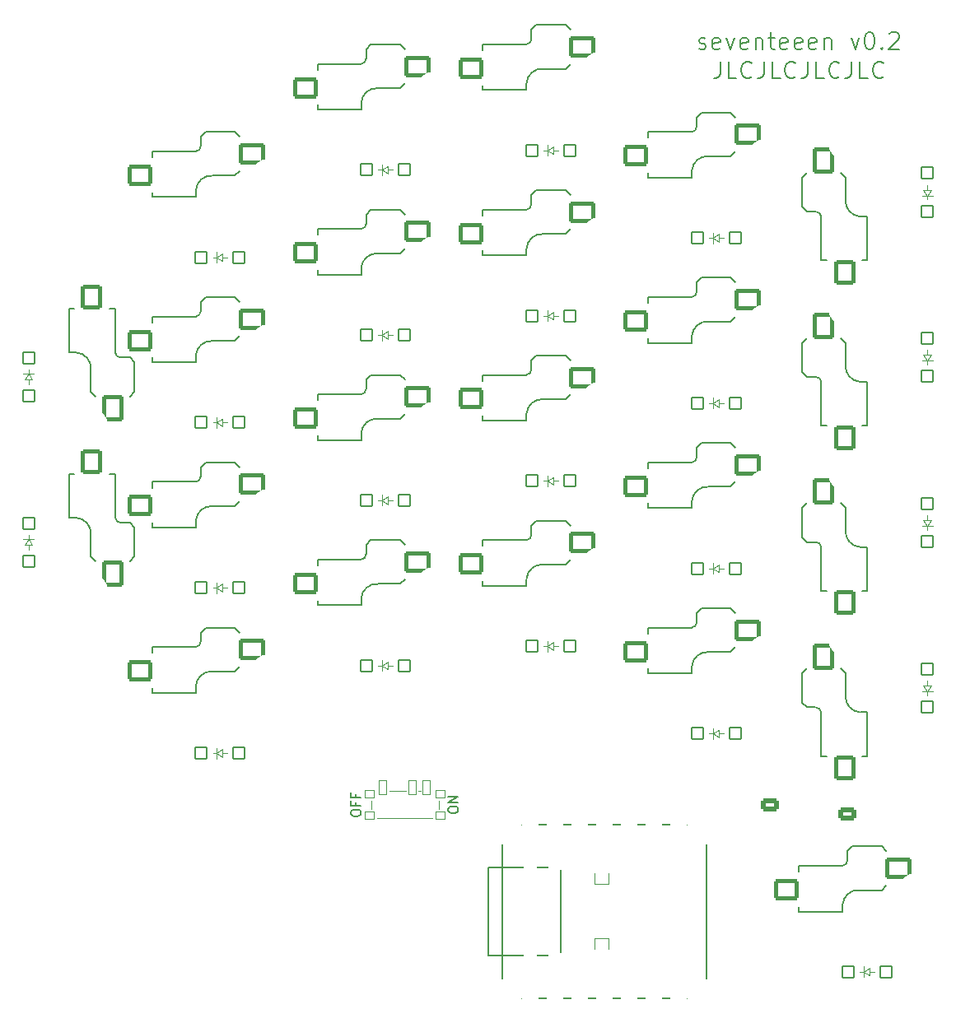
<source format=gto>
%TF.GenerationSoftware,KiCad,Pcbnew,9.0.2*%
%TF.CreationDate,2025-06-22T12:36:17+02:00*%
%TF.ProjectId,kicad,6b696361-642e-46b6-9963-61645f706362,rev?*%
%TF.SameCoordinates,Original*%
%TF.FileFunction,Legend,Top*%
%TF.FilePolarity,Positive*%
%FSLAX46Y46*%
G04 Gerber Fmt 4.6, Leading zero omitted, Abs format (unit mm)*
G04 Created by KiCad (PCBNEW 9.0.2) date 2025-06-22 12:36:17*
%MOMM*%
%LPD*%
G01*
G04 APERTURE LIST*
G04 Aperture macros list*
%AMRoundRect*
0 Rectangle with rounded corners*
0 $1 Rounding radius*
0 $2 $3 $4 $5 $6 $7 $8 $9 X,Y pos of 4 corners*
0 Add a 4 corners polygon primitive as box body*
4,1,4,$2,$3,$4,$5,$6,$7,$8,$9,$2,$3,0*
0 Add four circle primitives for the rounded corners*
1,1,$1+$1,$2,$3*
1,1,$1+$1,$4,$5*
1,1,$1+$1,$6,$7*
1,1,$1+$1,$8,$9*
0 Add four rect primitives between the rounded corners*
20,1,$1+$1,$2,$3,$4,$5,0*
20,1,$1+$1,$4,$5,$6,$7,0*
20,1,$1+$1,$6,$7,$8,$9,0*
20,1,$1+$1,$8,$9,$2,$3,0*%
%AMFreePoly0*
4,1,16,-0.214645,0.660355,-0.210957,0.656235,0.289043,0.031235,0.299694,-0.005522,0.289043,-0.031235,-0.210957,-0.656235,-0.244478,-0.674694,-0.250000,-0.675000,-0.500000,-0.675000,-0.535355,-0.660355,-0.550000,-0.625000,-0.550000,0.625000,-0.535355,0.660355,-0.500000,0.675000,-0.250000,0.675000,-0.214645,0.660355,-0.214645,0.660355,$1*%
%AMFreePoly1*
4,1,16,0.535355,0.660355,0.550000,0.625000,0.550000,-0.625000,0.535355,-0.660355,0.500000,-0.675000,-0.650000,-0.675000,-0.685355,-0.660355,-0.700000,-0.625000,-0.689043,-0.593765,-0.214031,0.000000,-0.689043,0.593765,-0.699694,0.630522,-0.681235,0.664043,-0.650000,0.675000,0.500000,0.675000,0.535355,0.660355,0.535355,0.660355,$1*%
G04 Aperture macros list end*
%ADD10C,0.150000*%
%ADD11C,0.100000*%
%ADD12C,0.127000*%
%ADD13C,0.120000*%
%ADD14C,3.700000*%
%ADD15C,2.300000*%
%ADD16C,3.400000*%
%ADD17RoundRect,0.225000X-1.150000X-0.900000X1.150000X-0.900000X1.150000X0.900000X-1.150000X0.900000X0*%
%ADD18RoundRect,0.215000X-1.085000X-0.860000X1.085000X-0.860000X1.085000X0.860000X-1.085000X0.860000X0*%
%ADD19C,2.200000*%
%ADD20RoundRect,0.225000X-0.900000X1.150000X-0.900000X-1.150000X0.900000X-1.150000X0.900000X1.150000X0*%
%ADD21RoundRect,0.215000X-0.860000X1.085000X-0.860000X-1.085000X0.860000X-1.085000X0.860000X1.085000X0*%
%ADD22C,2.600000*%
%ADD23RoundRect,0.225000X0.900000X-1.150000X0.900000X1.150000X-0.900000X1.150000X-0.900000X-1.150000X0*%
%ADD24RoundRect,0.215000X0.860000X-1.085000X0.860000X1.085000X-0.860000X1.085000X-0.860000X-1.085000X0*%
%ADD25RoundRect,0.050000X-0.600000X-0.600000X0.600000X-0.600000X0.600000X0.600000X-0.600000X0.600000X0*%
%ADD26RoundRect,0.050000X-0.600000X0.600000X-0.600000X-0.600000X0.600000X-0.600000X0.600000X0.600000X0*%
%ADD27RoundRect,0.050000X0.600000X-0.600000X0.600000X0.600000X-0.600000X0.600000X-0.600000X-0.600000X0*%
%ADD28O,1.900000X2.850000*%
%ADD29C,0.900000*%
%ADD30FreePoly0,90.000000*%
%ADD31FreePoly1,90.000000*%
%ADD32FreePoly1,270.000000*%
%ADD33FreePoly0,270.000000*%
%ADD34RoundRect,0.050000X-0.750000X-0.750000X0.750000X-0.750000X0.750000X0.750000X-0.750000X0.750000X0*%
%ADD35C,1.900000*%
%ADD36RoundRect,0.260000X-0.665000X0.390000X-0.665000X-0.390000X0.665000X-0.390000X0.665000X0.390000X0*%
%ADD37O,1.850000X1.300000*%
%ADD38RoundRect,0.050000X-0.500000X-0.400000X0.500000X-0.400000X0.500000X0.400000X-0.500000X0.400000X0*%
%ADD39RoundRect,0.050000X-0.350000X-0.750000X0.350000X-0.750000X0.350000X0.750000X-0.350000X0.750000X0*%
%ADD40C,1.000000*%
%ADD41C,3.300000*%
G04 APERTURE END LIST*
D10*
X87708334Y-16218451D02*
X87875001Y-16301784D01*
X87875001Y-16301784D02*
X88208334Y-16301784D01*
X88208334Y-16301784D02*
X88375001Y-16218451D01*
X88375001Y-16218451D02*
X88458334Y-16051784D01*
X88458334Y-16051784D02*
X88458334Y-15968451D01*
X88458334Y-15968451D02*
X88375001Y-15801784D01*
X88375001Y-15801784D02*
X88208334Y-15718451D01*
X88208334Y-15718451D02*
X87958334Y-15718451D01*
X87958334Y-15718451D02*
X87791667Y-15635117D01*
X87791667Y-15635117D02*
X87708334Y-15468451D01*
X87708334Y-15468451D02*
X87708334Y-15385117D01*
X87708334Y-15385117D02*
X87791667Y-15218451D01*
X87791667Y-15218451D02*
X87958334Y-15135117D01*
X87958334Y-15135117D02*
X88208334Y-15135117D01*
X88208334Y-15135117D02*
X88375001Y-15218451D01*
X89875001Y-16218451D02*
X89708334Y-16301784D01*
X89708334Y-16301784D02*
X89375001Y-16301784D01*
X89375001Y-16301784D02*
X89208334Y-16218451D01*
X89208334Y-16218451D02*
X89125001Y-16051784D01*
X89125001Y-16051784D02*
X89125001Y-15385117D01*
X89125001Y-15385117D02*
X89208334Y-15218451D01*
X89208334Y-15218451D02*
X89375001Y-15135117D01*
X89375001Y-15135117D02*
X89708334Y-15135117D01*
X89708334Y-15135117D02*
X89875001Y-15218451D01*
X89875001Y-15218451D02*
X89958334Y-15385117D01*
X89958334Y-15385117D02*
X89958334Y-15551784D01*
X89958334Y-15551784D02*
X89125001Y-15718451D01*
X90541668Y-15135117D02*
X90958334Y-16301784D01*
X90958334Y-16301784D02*
X91375001Y-15135117D01*
X92708334Y-16218451D02*
X92541667Y-16301784D01*
X92541667Y-16301784D02*
X92208334Y-16301784D01*
X92208334Y-16301784D02*
X92041667Y-16218451D01*
X92041667Y-16218451D02*
X91958334Y-16051784D01*
X91958334Y-16051784D02*
X91958334Y-15385117D01*
X91958334Y-15385117D02*
X92041667Y-15218451D01*
X92041667Y-15218451D02*
X92208334Y-15135117D01*
X92208334Y-15135117D02*
X92541667Y-15135117D01*
X92541667Y-15135117D02*
X92708334Y-15218451D01*
X92708334Y-15218451D02*
X92791667Y-15385117D01*
X92791667Y-15385117D02*
X92791667Y-15551784D01*
X92791667Y-15551784D02*
X91958334Y-15718451D01*
X93541667Y-15135117D02*
X93541667Y-16301784D01*
X93541667Y-15301784D02*
X93625001Y-15218451D01*
X93625001Y-15218451D02*
X93791667Y-15135117D01*
X93791667Y-15135117D02*
X94041667Y-15135117D01*
X94041667Y-15135117D02*
X94208334Y-15218451D01*
X94208334Y-15218451D02*
X94291667Y-15385117D01*
X94291667Y-15385117D02*
X94291667Y-16301784D01*
X94875000Y-15135117D02*
X95541667Y-15135117D01*
X95125000Y-14551784D02*
X95125000Y-16051784D01*
X95125000Y-16051784D02*
X95208334Y-16218451D01*
X95208334Y-16218451D02*
X95375000Y-16301784D01*
X95375000Y-16301784D02*
X95541667Y-16301784D01*
X96791667Y-16218451D02*
X96625000Y-16301784D01*
X96625000Y-16301784D02*
X96291667Y-16301784D01*
X96291667Y-16301784D02*
X96125000Y-16218451D01*
X96125000Y-16218451D02*
X96041667Y-16051784D01*
X96041667Y-16051784D02*
X96041667Y-15385117D01*
X96041667Y-15385117D02*
X96125000Y-15218451D01*
X96125000Y-15218451D02*
X96291667Y-15135117D01*
X96291667Y-15135117D02*
X96625000Y-15135117D01*
X96625000Y-15135117D02*
X96791667Y-15218451D01*
X96791667Y-15218451D02*
X96875000Y-15385117D01*
X96875000Y-15385117D02*
X96875000Y-15551784D01*
X96875000Y-15551784D02*
X96041667Y-15718451D01*
X98291667Y-16218451D02*
X98125000Y-16301784D01*
X98125000Y-16301784D02*
X97791667Y-16301784D01*
X97791667Y-16301784D02*
X97625000Y-16218451D01*
X97625000Y-16218451D02*
X97541667Y-16051784D01*
X97541667Y-16051784D02*
X97541667Y-15385117D01*
X97541667Y-15385117D02*
X97625000Y-15218451D01*
X97625000Y-15218451D02*
X97791667Y-15135117D01*
X97791667Y-15135117D02*
X98125000Y-15135117D01*
X98125000Y-15135117D02*
X98291667Y-15218451D01*
X98291667Y-15218451D02*
X98375000Y-15385117D01*
X98375000Y-15385117D02*
X98375000Y-15551784D01*
X98375000Y-15551784D02*
X97541667Y-15718451D01*
X99791667Y-16218451D02*
X99625000Y-16301784D01*
X99625000Y-16301784D02*
X99291667Y-16301784D01*
X99291667Y-16301784D02*
X99125000Y-16218451D01*
X99125000Y-16218451D02*
X99041667Y-16051784D01*
X99041667Y-16051784D02*
X99041667Y-15385117D01*
X99041667Y-15385117D02*
X99125000Y-15218451D01*
X99125000Y-15218451D02*
X99291667Y-15135117D01*
X99291667Y-15135117D02*
X99625000Y-15135117D01*
X99625000Y-15135117D02*
X99791667Y-15218451D01*
X99791667Y-15218451D02*
X99875000Y-15385117D01*
X99875000Y-15385117D02*
X99875000Y-15551784D01*
X99875000Y-15551784D02*
X99041667Y-15718451D01*
X100625000Y-15135117D02*
X100625000Y-16301784D01*
X100625000Y-15301784D02*
X100708334Y-15218451D01*
X100708334Y-15218451D02*
X100875000Y-15135117D01*
X100875000Y-15135117D02*
X101125000Y-15135117D01*
X101125000Y-15135117D02*
X101291667Y-15218451D01*
X101291667Y-15218451D02*
X101375000Y-15385117D01*
X101375000Y-15385117D02*
X101375000Y-16301784D01*
X103375000Y-15135117D02*
X103791666Y-16301784D01*
X103791666Y-16301784D02*
X104208333Y-15135117D01*
X105208333Y-14551784D02*
X105374999Y-14551784D01*
X105374999Y-14551784D02*
X105541666Y-14635117D01*
X105541666Y-14635117D02*
X105624999Y-14718451D01*
X105624999Y-14718451D02*
X105708333Y-14885117D01*
X105708333Y-14885117D02*
X105791666Y-15218451D01*
X105791666Y-15218451D02*
X105791666Y-15635117D01*
X105791666Y-15635117D02*
X105708333Y-15968451D01*
X105708333Y-15968451D02*
X105624999Y-16135117D01*
X105624999Y-16135117D02*
X105541666Y-16218451D01*
X105541666Y-16218451D02*
X105374999Y-16301784D01*
X105374999Y-16301784D02*
X105208333Y-16301784D01*
X105208333Y-16301784D02*
X105041666Y-16218451D01*
X105041666Y-16218451D02*
X104958333Y-16135117D01*
X104958333Y-16135117D02*
X104874999Y-15968451D01*
X104874999Y-15968451D02*
X104791666Y-15635117D01*
X104791666Y-15635117D02*
X104791666Y-15218451D01*
X104791666Y-15218451D02*
X104874999Y-14885117D01*
X104874999Y-14885117D02*
X104958333Y-14718451D01*
X104958333Y-14718451D02*
X105041666Y-14635117D01*
X105041666Y-14635117D02*
X105208333Y-14551784D01*
X106541666Y-16135117D02*
X106625000Y-16218451D01*
X106625000Y-16218451D02*
X106541666Y-16301784D01*
X106541666Y-16301784D02*
X106458333Y-16218451D01*
X106458333Y-16218451D02*
X106541666Y-16135117D01*
X106541666Y-16135117D02*
X106541666Y-16301784D01*
X107291666Y-14718451D02*
X107374999Y-14635117D01*
X107374999Y-14635117D02*
X107541666Y-14551784D01*
X107541666Y-14551784D02*
X107958333Y-14551784D01*
X107958333Y-14551784D02*
X108124999Y-14635117D01*
X108124999Y-14635117D02*
X108208333Y-14718451D01*
X108208333Y-14718451D02*
X108291666Y-14885117D01*
X108291666Y-14885117D02*
X108291666Y-15051784D01*
X108291666Y-15051784D02*
X108208333Y-15301784D01*
X108208333Y-15301784D02*
X107208333Y-16301784D01*
X107208333Y-16301784D02*
X108291666Y-16301784D01*
X89916666Y-17551784D02*
X89916666Y-18801784D01*
X89916666Y-18801784D02*
X89833333Y-19051784D01*
X89833333Y-19051784D02*
X89666666Y-19218451D01*
X89666666Y-19218451D02*
X89416666Y-19301784D01*
X89416666Y-19301784D02*
X89250000Y-19301784D01*
X91583333Y-19301784D02*
X90749999Y-19301784D01*
X90749999Y-19301784D02*
X90749999Y-17551784D01*
X93166666Y-19135117D02*
X93083333Y-19218451D01*
X93083333Y-19218451D02*
X92833333Y-19301784D01*
X92833333Y-19301784D02*
X92666666Y-19301784D01*
X92666666Y-19301784D02*
X92416666Y-19218451D01*
X92416666Y-19218451D02*
X92250000Y-19051784D01*
X92250000Y-19051784D02*
X92166666Y-18885117D01*
X92166666Y-18885117D02*
X92083333Y-18551784D01*
X92083333Y-18551784D02*
X92083333Y-18301784D01*
X92083333Y-18301784D02*
X92166666Y-17968451D01*
X92166666Y-17968451D02*
X92250000Y-17801784D01*
X92250000Y-17801784D02*
X92416666Y-17635117D01*
X92416666Y-17635117D02*
X92666666Y-17551784D01*
X92666666Y-17551784D02*
X92833333Y-17551784D01*
X92833333Y-17551784D02*
X93083333Y-17635117D01*
X93083333Y-17635117D02*
X93166666Y-17718451D01*
X94416666Y-17551784D02*
X94416666Y-18801784D01*
X94416666Y-18801784D02*
X94333333Y-19051784D01*
X94333333Y-19051784D02*
X94166666Y-19218451D01*
X94166666Y-19218451D02*
X93916666Y-19301784D01*
X93916666Y-19301784D02*
X93750000Y-19301784D01*
X96083333Y-19301784D02*
X95249999Y-19301784D01*
X95249999Y-19301784D02*
X95249999Y-17551784D01*
X97666666Y-19135117D02*
X97583333Y-19218451D01*
X97583333Y-19218451D02*
X97333333Y-19301784D01*
X97333333Y-19301784D02*
X97166666Y-19301784D01*
X97166666Y-19301784D02*
X96916666Y-19218451D01*
X96916666Y-19218451D02*
X96750000Y-19051784D01*
X96750000Y-19051784D02*
X96666666Y-18885117D01*
X96666666Y-18885117D02*
X96583333Y-18551784D01*
X96583333Y-18551784D02*
X96583333Y-18301784D01*
X96583333Y-18301784D02*
X96666666Y-17968451D01*
X96666666Y-17968451D02*
X96750000Y-17801784D01*
X96750000Y-17801784D02*
X96916666Y-17635117D01*
X96916666Y-17635117D02*
X97166666Y-17551784D01*
X97166666Y-17551784D02*
X97333333Y-17551784D01*
X97333333Y-17551784D02*
X97583333Y-17635117D01*
X97583333Y-17635117D02*
X97666666Y-17718451D01*
X98916666Y-17551784D02*
X98916666Y-18801784D01*
X98916666Y-18801784D02*
X98833333Y-19051784D01*
X98833333Y-19051784D02*
X98666666Y-19218451D01*
X98666666Y-19218451D02*
X98416666Y-19301784D01*
X98416666Y-19301784D02*
X98250000Y-19301784D01*
X100583333Y-19301784D02*
X99749999Y-19301784D01*
X99749999Y-19301784D02*
X99749999Y-17551784D01*
X102166666Y-19135117D02*
X102083333Y-19218451D01*
X102083333Y-19218451D02*
X101833333Y-19301784D01*
X101833333Y-19301784D02*
X101666666Y-19301784D01*
X101666666Y-19301784D02*
X101416666Y-19218451D01*
X101416666Y-19218451D02*
X101250000Y-19051784D01*
X101250000Y-19051784D02*
X101166666Y-18885117D01*
X101166666Y-18885117D02*
X101083333Y-18551784D01*
X101083333Y-18551784D02*
X101083333Y-18301784D01*
X101083333Y-18301784D02*
X101166666Y-17968451D01*
X101166666Y-17968451D02*
X101250000Y-17801784D01*
X101250000Y-17801784D02*
X101416666Y-17635117D01*
X101416666Y-17635117D02*
X101666666Y-17551784D01*
X101666666Y-17551784D02*
X101833333Y-17551784D01*
X101833333Y-17551784D02*
X102083333Y-17635117D01*
X102083333Y-17635117D02*
X102166666Y-17718451D01*
X103416666Y-17551784D02*
X103416666Y-18801784D01*
X103416666Y-18801784D02*
X103333333Y-19051784D01*
X103333333Y-19051784D02*
X103166666Y-19218451D01*
X103166666Y-19218451D02*
X102916666Y-19301784D01*
X102916666Y-19301784D02*
X102750000Y-19301784D01*
X105083333Y-19301784D02*
X104249999Y-19301784D01*
X104249999Y-19301784D02*
X104249999Y-17551784D01*
X106666666Y-19135117D02*
X106583333Y-19218451D01*
X106583333Y-19218451D02*
X106333333Y-19301784D01*
X106333333Y-19301784D02*
X106166666Y-19301784D01*
X106166666Y-19301784D02*
X105916666Y-19218451D01*
X105916666Y-19218451D02*
X105750000Y-19051784D01*
X105750000Y-19051784D02*
X105666666Y-18885117D01*
X105666666Y-18885117D02*
X105583333Y-18551784D01*
X105583333Y-18551784D02*
X105583333Y-18301784D01*
X105583333Y-18301784D02*
X105666666Y-17968451D01*
X105666666Y-17968451D02*
X105750000Y-17801784D01*
X105750000Y-17801784D02*
X105916666Y-17635117D01*
X105916666Y-17635117D02*
X106166666Y-17551784D01*
X106166666Y-17551784D02*
X106333333Y-17551784D01*
X106333333Y-17551784D02*
X106583333Y-17635117D01*
X106583333Y-17635117D02*
X106666666Y-17718451D01*
X61954819Y-94619047D02*
X61954819Y-94428571D01*
X61954819Y-94428571D02*
X62002438Y-94333333D01*
X62002438Y-94333333D02*
X62097676Y-94238095D01*
X62097676Y-94238095D02*
X62288152Y-94190476D01*
X62288152Y-94190476D02*
X62621485Y-94190476D01*
X62621485Y-94190476D02*
X62811961Y-94238095D01*
X62811961Y-94238095D02*
X62907200Y-94333333D01*
X62907200Y-94333333D02*
X62954819Y-94428571D01*
X62954819Y-94428571D02*
X62954819Y-94619047D01*
X62954819Y-94619047D02*
X62907200Y-94714285D01*
X62907200Y-94714285D02*
X62811961Y-94809523D01*
X62811961Y-94809523D02*
X62621485Y-94857142D01*
X62621485Y-94857142D02*
X62288152Y-94857142D01*
X62288152Y-94857142D02*
X62097676Y-94809523D01*
X62097676Y-94809523D02*
X62002438Y-94714285D01*
X62002438Y-94714285D02*
X61954819Y-94619047D01*
X62954819Y-93761904D02*
X61954819Y-93761904D01*
X61954819Y-93761904D02*
X62954819Y-93190476D01*
X62954819Y-93190476D02*
X61954819Y-93190476D01*
X51954819Y-94952380D02*
X51954819Y-94761904D01*
X51954819Y-94761904D02*
X52002438Y-94666666D01*
X52002438Y-94666666D02*
X52097676Y-94571428D01*
X52097676Y-94571428D02*
X52288152Y-94523809D01*
X52288152Y-94523809D02*
X52621485Y-94523809D01*
X52621485Y-94523809D02*
X52811961Y-94571428D01*
X52811961Y-94571428D02*
X52907200Y-94666666D01*
X52907200Y-94666666D02*
X52954819Y-94761904D01*
X52954819Y-94761904D02*
X52954819Y-94952380D01*
X52954819Y-94952380D02*
X52907200Y-95047618D01*
X52907200Y-95047618D02*
X52811961Y-95142856D01*
X52811961Y-95142856D02*
X52621485Y-95190475D01*
X52621485Y-95190475D02*
X52288152Y-95190475D01*
X52288152Y-95190475D02*
X52097676Y-95142856D01*
X52097676Y-95142856D02*
X52002438Y-95047618D01*
X52002438Y-95047618D02*
X51954819Y-94952380D01*
X52431009Y-93761904D02*
X52431009Y-94095237D01*
X52954819Y-94095237D02*
X51954819Y-94095237D01*
X51954819Y-94095237D02*
X51954819Y-93619047D01*
X52431009Y-92904761D02*
X52431009Y-93238094D01*
X52954819Y-93238094D02*
X51954819Y-93238094D01*
X51954819Y-93238094D02*
X51954819Y-92761904D01*
%TO.C,S1*%
X31500000Y-78400000D02*
X31500000Y-77800000D01*
X31500000Y-77800000D02*
X35980000Y-77800000D01*
X36500000Y-77220000D02*
X36500000Y-76300000D01*
X37000000Y-75800000D02*
X36500000Y-76300000D01*
X40000000Y-75800000D02*
X37000000Y-75800000D01*
X40500000Y-76300000D02*
X40000000Y-75800000D01*
X36500000Y-77220000D02*
G75*
G02*
X35980000Y-77800000I-549999J-30001D01*
G01*
X31500000Y-82500000D02*
X31500000Y-82000000D01*
X36000000Y-82500000D02*
X31500000Y-82500000D01*
X36000000Y-81800000D02*
X36000000Y-82500000D01*
X40000000Y-80300000D02*
X37700000Y-80300000D01*
X40500000Y-79800000D02*
X40000000Y-80300000D01*
X36000000Y-81780000D02*
G75*
G02*
X37700000Y-80300000I1589999J-109999D01*
G01*
%TO.C,S2*%
X31500000Y-61400000D02*
X31500000Y-60800000D01*
X31500000Y-60800000D02*
X35980000Y-60800000D01*
X36500000Y-60220000D02*
X36500000Y-59300000D01*
X37000000Y-58800000D02*
X36500000Y-59300000D01*
X40000000Y-58800000D02*
X37000000Y-58800000D01*
X40500000Y-59300000D02*
X40000000Y-58800000D01*
X36500000Y-60220000D02*
G75*
G02*
X35980000Y-60800000I-549999J-30001D01*
G01*
X31500000Y-65500000D02*
X31500000Y-65000000D01*
X36000000Y-65500000D02*
X31500000Y-65500000D01*
X36000000Y-64800000D02*
X36000000Y-65500000D01*
X40000000Y-63300000D02*
X37700000Y-63300000D01*
X40500000Y-62800000D02*
X40000000Y-63300000D01*
X36000000Y-64780000D02*
G75*
G02*
X37700000Y-63300000I1589999J-109999D01*
G01*
%TO.C,S3*%
X31500000Y-44400000D02*
X31500000Y-43800000D01*
X31500000Y-43800000D02*
X35980000Y-43800000D01*
X36500000Y-43220000D02*
X36500000Y-42300000D01*
X37000000Y-41800000D02*
X36500000Y-42300000D01*
X40000000Y-41800000D02*
X37000000Y-41800000D01*
X40500000Y-42300000D02*
X40000000Y-41800000D01*
X36500000Y-43220000D02*
G75*
G02*
X35980000Y-43800000I-549999J-30001D01*
G01*
X31500000Y-48500000D02*
X31500000Y-48000000D01*
X36000000Y-48500000D02*
X31500000Y-48500000D01*
X36000000Y-47800000D02*
X36000000Y-48500000D01*
X40000000Y-46300000D02*
X37700000Y-46300000D01*
X40500000Y-45800000D02*
X40000000Y-46300000D01*
X36000000Y-47780000D02*
G75*
G02*
X37700000Y-46300000I1589999J-109999D01*
G01*
%TO.C,S4*%
X31500000Y-27400000D02*
X31500000Y-26800000D01*
X31500000Y-26800000D02*
X35980000Y-26800000D01*
X36500000Y-26220000D02*
X36500000Y-25300000D01*
X37000000Y-24800000D02*
X36500000Y-25300000D01*
X40000000Y-24800000D02*
X37000000Y-24800000D01*
X40500000Y-25300000D02*
X40000000Y-24800000D01*
X36500000Y-26220000D02*
G75*
G02*
X35980000Y-26800000I-549999J-30001D01*
G01*
X31500000Y-31500000D02*
X31500000Y-31000000D01*
X36000000Y-31500000D02*
X31500000Y-31500000D01*
X36000000Y-30800000D02*
X36000000Y-31500000D01*
X40000000Y-29300000D02*
X37700000Y-29300000D01*
X40500000Y-28800000D02*
X40000000Y-29300000D01*
X36000000Y-30780000D02*
G75*
G02*
X37700000Y-29300000I1589999J-109999D01*
G01*
%TO.C,S5*%
X48500000Y-69400000D02*
X48500000Y-68800000D01*
X48500000Y-68800000D02*
X52980000Y-68800000D01*
X53500000Y-68220000D02*
X53500000Y-67300000D01*
X54000000Y-66800000D02*
X53500000Y-67300000D01*
X57000000Y-66800000D02*
X54000000Y-66800000D01*
X57500000Y-67300000D02*
X57000000Y-66800000D01*
X53500000Y-68220000D02*
G75*
G02*
X52980000Y-68800000I-549999J-30001D01*
G01*
X48500000Y-73500000D02*
X48500000Y-73000000D01*
X53000000Y-73500000D02*
X48500000Y-73500000D01*
X53000000Y-72800000D02*
X53000000Y-73500000D01*
X57000000Y-71300000D02*
X54700000Y-71300000D01*
X57500000Y-70800000D02*
X57000000Y-71300000D01*
X53000000Y-72780000D02*
G75*
G02*
X54700000Y-71300000I1589999J-109999D01*
G01*
%TO.C,S6*%
X48500000Y-52400000D02*
X48500000Y-51800000D01*
X48500000Y-51800000D02*
X52980000Y-51800000D01*
X53500000Y-51220000D02*
X53500000Y-50300000D01*
X54000000Y-49800000D02*
X53500000Y-50300000D01*
X57000000Y-49800000D02*
X54000000Y-49800000D01*
X57500000Y-50300000D02*
X57000000Y-49800000D01*
X53500000Y-51220000D02*
G75*
G02*
X52980000Y-51800000I-549999J-30001D01*
G01*
X48500000Y-56500000D02*
X48500000Y-56000000D01*
X53000000Y-56500000D02*
X48500000Y-56500000D01*
X53000000Y-55800000D02*
X53000000Y-56500000D01*
X57000000Y-54300000D02*
X54700000Y-54300000D01*
X57500000Y-53800000D02*
X57000000Y-54300000D01*
X53000000Y-55780000D02*
G75*
G02*
X54700000Y-54300000I1589999J-109999D01*
G01*
%TO.C,S7*%
X48500000Y-35400000D02*
X48500000Y-34800000D01*
X48500000Y-34800000D02*
X52980000Y-34800000D01*
X53500000Y-34220000D02*
X53500000Y-33300000D01*
X54000000Y-32800000D02*
X53500000Y-33300000D01*
X57000000Y-32800000D02*
X54000000Y-32800000D01*
X57500000Y-33300000D02*
X57000000Y-32800000D01*
X53500000Y-34220000D02*
G75*
G02*
X52980000Y-34800000I-549999J-30001D01*
G01*
X48500000Y-39500000D02*
X48500000Y-39000000D01*
X53000000Y-39500000D02*
X48500000Y-39500000D01*
X53000000Y-38800000D02*
X53000000Y-39500000D01*
X57000000Y-37300000D02*
X54700000Y-37300000D01*
X57500000Y-36800000D02*
X57000000Y-37300000D01*
X53000000Y-38780000D02*
G75*
G02*
X54700000Y-37300000I1589999J-109999D01*
G01*
%TO.C,S8*%
X48500000Y-18400000D02*
X48500000Y-17800000D01*
X48500000Y-17800000D02*
X52980000Y-17800000D01*
X53500000Y-17220000D02*
X53500000Y-16300000D01*
X54000000Y-15800000D02*
X53500000Y-16300000D01*
X57000000Y-15800000D02*
X54000000Y-15800000D01*
X57500000Y-16300000D02*
X57000000Y-15800000D01*
X53500000Y-17220000D02*
G75*
G02*
X52980000Y-17800000I-549999J-30001D01*
G01*
X48500000Y-22500000D02*
X48500000Y-22000000D01*
X53000000Y-22500000D02*
X48500000Y-22500000D01*
X53000000Y-21800000D02*
X53000000Y-22500000D01*
X57000000Y-20300000D02*
X54700000Y-20300000D01*
X57500000Y-19800000D02*
X57000000Y-20300000D01*
X53000000Y-21780000D02*
G75*
G02*
X54700000Y-20300000I1589999J-109999D01*
G01*
%TO.C,S9*%
X65500000Y-67400000D02*
X65500000Y-66800000D01*
X65500000Y-66800000D02*
X69980000Y-66800000D01*
X70500000Y-66220000D02*
X70500000Y-65300000D01*
X71000000Y-64800000D02*
X70500000Y-65300000D01*
X74000000Y-64800000D02*
X71000000Y-64800000D01*
X74500000Y-65300000D02*
X74000000Y-64800000D01*
X70500000Y-66220000D02*
G75*
G02*
X69980000Y-66800000I-549999J-30001D01*
G01*
X65500000Y-71500000D02*
X65500000Y-71000000D01*
X70000000Y-71500000D02*
X65500000Y-71500000D01*
X70000000Y-70800000D02*
X70000000Y-71500000D01*
X74000000Y-69300000D02*
X71700000Y-69300000D01*
X74500000Y-68800000D02*
X74000000Y-69300000D01*
X70000000Y-70780000D02*
G75*
G02*
X71700000Y-69300000I1589999J-109999D01*
G01*
%TO.C,S10*%
X65500000Y-50400000D02*
X65500000Y-49800000D01*
X65500000Y-49800000D02*
X69980000Y-49800000D01*
X70500000Y-49220000D02*
X70500000Y-48300000D01*
X71000000Y-47800000D02*
X70500000Y-48300000D01*
X74000000Y-47800000D02*
X71000000Y-47800000D01*
X74500000Y-48300000D02*
X74000000Y-47800000D01*
X70500000Y-49220000D02*
G75*
G02*
X69980000Y-49800000I-549999J-30001D01*
G01*
X65500000Y-54500000D02*
X65500000Y-54000000D01*
X70000000Y-54500000D02*
X65500000Y-54500000D01*
X70000000Y-53800000D02*
X70000000Y-54500000D01*
X74000000Y-52300000D02*
X71700000Y-52300000D01*
X74500000Y-51800000D02*
X74000000Y-52300000D01*
X70000000Y-53780000D02*
G75*
G02*
X71700000Y-52300000I1589999J-109999D01*
G01*
%TO.C,S11*%
X65500000Y-33400000D02*
X65500000Y-32800000D01*
X65500000Y-32800000D02*
X69980000Y-32800000D01*
X70500000Y-32220000D02*
X70500000Y-31300000D01*
X71000000Y-30800000D02*
X70500000Y-31300000D01*
X74000000Y-30800000D02*
X71000000Y-30800000D01*
X74500000Y-31300000D02*
X74000000Y-30800000D01*
X70500000Y-32220000D02*
G75*
G02*
X69980000Y-32800000I-549999J-30001D01*
G01*
X65500000Y-37500000D02*
X65500000Y-37000000D01*
X70000000Y-37500000D02*
X65500000Y-37500000D01*
X70000000Y-36800000D02*
X70000000Y-37500000D01*
X74000000Y-35300000D02*
X71700000Y-35300000D01*
X74500000Y-34800000D02*
X74000000Y-35300000D01*
X70000000Y-36780000D02*
G75*
G02*
X71700000Y-35300000I1589999J-109999D01*
G01*
%TO.C,S12*%
X65500000Y-16400000D02*
X65500000Y-15800000D01*
X65500000Y-15800000D02*
X69980000Y-15800000D01*
X70500000Y-15220000D02*
X70500000Y-14300000D01*
X71000000Y-13800000D02*
X70500000Y-14300000D01*
X74000000Y-13800000D02*
X71000000Y-13800000D01*
X74500000Y-14300000D02*
X74000000Y-13800000D01*
X70500000Y-15220000D02*
G75*
G02*
X69980000Y-15800000I-549999J-30001D01*
G01*
X65500000Y-20500000D02*
X65500000Y-20000000D01*
X70000000Y-20500000D02*
X65500000Y-20500000D01*
X70000000Y-19800000D02*
X70000000Y-20500000D01*
X74000000Y-18300000D02*
X71700000Y-18300000D01*
X74500000Y-17800000D02*
X74000000Y-18300000D01*
X70000000Y-19780000D02*
G75*
G02*
X71700000Y-18300000I1589999J-109999D01*
G01*
%TO.C,S13*%
X82500000Y-76400000D02*
X82500000Y-75800000D01*
X82500000Y-75800000D02*
X86980000Y-75800000D01*
X87500000Y-75220000D02*
X87500000Y-74300000D01*
X88000000Y-73800000D02*
X87500000Y-74300000D01*
X91000000Y-73800000D02*
X88000000Y-73800000D01*
X91500000Y-74300000D02*
X91000000Y-73800000D01*
X87500000Y-75220000D02*
G75*
G02*
X86980000Y-75800000I-549999J-30001D01*
G01*
X82500000Y-80500000D02*
X82500000Y-80000000D01*
X87000000Y-80500000D02*
X82500000Y-80500000D01*
X87000000Y-79800000D02*
X87000000Y-80500000D01*
X91000000Y-78300000D02*
X88700000Y-78300000D01*
X91500000Y-77800000D02*
X91000000Y-78300000D01*
X87000000Y-79780000D02*
G75*
G02*
X88700000Y-78300000I1589999J-109999D01*
G01*
%TO.C,S14*%
X82500000Y-59400000D02*
X82500000Y-58800000D01*
X82500000Y-58800000D02*
X86980000Y-58800000D01*
X87500000Y-58220000D02*
X87500000Y-57300000D01*
X88000000Y-56800000D02*
X87500000Y-57300000D01*
X91000000Y-56800000D02*
X88000000Y-56800000D01*
X91500000Y-57300000D02*
X91000000Y-56800000D01*
X87500000Y-58220000D02*
G75*
G02*
X86980000Y-58800000I-549999J-30001D01*
G01*
X82500000Y-63500000D02*
X82500000Y-63000000D01*
X87000000Y-63500000D02*
X82500000Y-63500000D01*
X87000000Y-62800000D02*
X87000000Y-63500000D01*
X91000000Y-61300000D02*
X88700000Y-61300000D01*
X91500000Y-60800000D02*
X91000000Y-61300000D01*
X87000000Y-62780000D02*
G75*
G02*
X88700000Y-61300000I1589999J-109999D01*
G01*
%TO.C,S15*%
X82500000Y-42400000D02*
X82500000Y-41800000D01*
X82500000Y-41800000D02*
X86980000Y-41800000D01*
X87500000Y-41220000D02*
X87500000Y-40300000D01*
X88000000Y-39800000D02*
X87500000Y-40300000D01*
X91000000Y-39800000D02*
X88000000Y-39800000D01*
X91500000Y-40300000D02*
X91000000Y-39800000D01*
X87500000Y-41220000D02*
G75*
G02*
X86980000Y-41800000I-549999J-30001D01*
G01*
X82500000Y-46500000D02*
X82500000Y-46000000D01*
X87000000Y-46500000D02*
X82500000Y-46500000D01*
X87000000Y-45800000D02*
X87000000Y-46500000D01*
X91000000Y-44300000D02*
X88700000Y-44300000D01*
X91500000Y-43800000D02*
X91000000Y-44300000D01*
X87000000Y-45780000D02*
G75*
G02*
X88700000Y-44300000I1589999J-109999D01*
G01*
%TO.C,S16*%
X82500000Y-25400000D02*
X82500000Y-24800000D01*
X82500000Y-24800000D02*
X86980000Y-24800000D01*
X87500000Y-24220000D02*
X87500000Y-23300000D01*
X88000000Y-22800000D02*
X87500000Y-23300000D01*
X91000000Y-22800000D02*
X88000000Y-22800000D01*
X91500000Y-23300000D02*
X91000000Y-22800000D01*
X87500000Y-24220000D02*
G75*
G02*
X86980000Y-24800000I-549999J-30001D01*
G01*
X82500000Y-29500000D02*
X82500000Y-29000000D01*
X87000000Y-29500000D02*
X82500000Y-29500000D01*
X87000000Y-28800000D02*
X87000000Y-29500000D01*
X91000000Y-27300000D02*
X88700000Y-27300000D01*
X91500000Y-26800000D02*
X91000000Y-27300000D01*
X87000000Y-28780000D02*
G75*
G02*
X88700000Y-27300000I1589999J-109999D01*
G01*
%TO.C,S17*%
X98000000Y-100900000D02*
X98000000Y-100300000D01*
X98000000Y-100300000D02*
X102480000Y-100300000D01*
X103000000Y-99720000D02*
X103000000Y-98800000D01*
X103500000Y-98300000D02*
X103000000Y-98800000D01*
X106500000Y-98300000D02*
X103500000Y-98300000D01*
X107000000Y-98800000D02*
X106500000Y-98300000D01*
X103000000Y-99720000D02*
G75*
G02*
X102480000Y-100300000I-549999J-30001D01*
G01*
X98000000Y-105000000D02*
X98000000Y-104500000D01*
X102500000Y-105000000D02*
X98000000Y-105000000D01*
X102500000Y-104300000D02*
X102500000Y-105000000D01*
X106500000Y-102800000D02*
X104200000Y-102800000D01*
X107000000Y-102300000D02*
X106500000Y-102800000D01*
X102500000Y-104280000D02*
G75*
G02*
X104200000Y-102800000I1589999J-109999D01*
G01*
%TO.C,S18*%
X27100000Y-60000000D02*
X27700000Y-60000000D01*
X27700000Y-60000000D02*
X27700000Y-64480000D01*
X28280000Y-65000000D02*
X29200000Y-65000000D01*
X29700000Y-65500000D02*
X29200000Y-65000000D01*
X29700000Y-68500000D02*
X29700000Y-65500000D01*
X29200000Y-69000000D02*
X29700000Y-68500000D01*
X28280000Y-65000000D02*
G75*
G02*
X27700000Y-64480000I-30001J549999D01*
G01*
X23000000Y-60000000D02*
X23500000Y-60000000D01*
X23000000Y-64500000D02*
X23000000Y-60000000D01*
X23700000Y-64500000D02*
X23000000Y-64500000D01*
X25200000Y-68500000D02*
X25200000Y-66200000D01*
X25700000Y-69000000D02*
X25200000Y-68500000D01*
X23720000Y-64500000D02*
G75*
G02*
X25200000Y-66200000I-109999J-1589999D01*
G01*
%TO.C,S19*%
X27100000Y-43000000D02*
X27700000Y-43000000D01*
X27700000Y-43000000D02*
X27700000Y-47480000D01*
X28280000Y-48000000D02*
X29200000Y-48000000D01*
X29700000Y-48500000D02*
X29200000Y-48000000D01*
X29700000Y-51500000D02*
X29700000Y-48500000D01*
X29200000Y-52000000D02*
X29700000Y-51500000D01*
X28280000Y-48000000D02*
G75*
G02*
X27700000Y-47480000I-30001J549999D01*
G01*
X23000000Y-43000000D02*
X23500000Y-43000000D01*
X23000000Y-47500000D02*
X23000000Y-43000000D01*
X23700000Y-47500000D02*
X23000000Y-47500000D01*
X25200000Y-51500000D02*
X25200000Y-49200000D01*
X25700000Y-52000000D02*
X25200000Y-51500000D01*
X23720000Y-47500000D02*
G75*
G02*
X25200000Y-49200000I-109999J-1589999D01*
G01*
%TO.C,S20*%
X100900000Y-89000000D02*
X100300000Y-89000000D01*
X100300000Y-89000000D02*
X100300000Y-84520000D01*
X99720000Y-84000000D02*
X98800000Y-84000000D01*
X98300000Y-83500000D02*
X98800000Y-84000000D01*
X98300000Y-80500000D02*
X98300000Y-83500000D01*
X98800000Y-80000000D02*
X98300000Y-80500000D01*
X99720000Y-84000000D02*
G75*
G02*
X100300000Y-84520000I30001J-549999D01*
G01*
X105000000Y-89000000D02*
X104500000Y-89000000D01*
X105000000Y-84500000D02*
X105000000Y-89000000D01*
X104300000Y-84500000D02*
X105000000Y-84500000D01*
X102800000Y-80500000D02*
X102800000Y-82800000D01*
X102300000Y-80000000D02*
X102800000Y-80500000D01*
X104280000Y-84500000D02*
G75*
G02*
X102800000Y-82800000I109999J1589999D01*
G01*
%TO.C,S21*%
X100900000Y-72000000D02*
X100300000Y-72000000D01*
X100300000Y-72000000D02*
X100300000Y-67520000D01*
X99720000Y-67000000D02*
X98800000Y-67000000D01*
X98300000Y-66500000D02*
X98800000Y-67000000D01*
X98300000Y-63500000D02*
X98300000Y-66500000D01*
X98800000Y-63000000D02*
X98300000Y-63500000D01*
X99720000Y-67000000D02*
G75*
G02*
X100300000Y-67520000I30001J-549999D01*
G01*
X105000000Y-72000000D02*
X104500000Y-72000000D01*
X105000000Y-67500000D02*
X105000000Y-72000000D01*
X104300000Y-67500000D02*
X105000000Y-67500000D01*
X102800000Y-63500000D02*
X102800000Y-65800000D01*
X102300000Y-63000000D02*
X102800000Y-63500000D01*
X104280000Y-67500000D02*
G75*
G02*
X102800000Y-65800000I109999J1589999D01*
G01*
%TO.C,S22*%
X100900000Y-55000000D02*
X100300000Y-55000000D01*
X100300000Y-55000000D02*
X100300000Y-50520000D01*
X99720000Y-50000000D02*
X98800000Y-50000000D01*
X98300000Y-49500000D02*
X98800000Y-50000000D01*
X98300000Y-46500000D02*
X98300000Y-49500000D01*
X98800000Y-46000000D02*
X98300000Y-46500000D01*
X99720000Y-50000000D02*
G75*
G02*
X100300000Y-50520000I30001J-549999D01*
G01*
X105000000Y-55000000D02*
X104500000Y-55000000D01*
X105000000Y-50500000D02*
X105000000Y-55000000D01*
X104300000Y-50500000D02*
X105000000Y-50500000D01*
X102800000Y-46500000D02*
X102800000Y-48800000D01*
X102300000Y-46000000D02*
X102800000Y-46500000D01*
X104280000Y-50500000D02*
G75*
G02*
X102800000Y-48800000I109999J1589999D01*
G01*
%TO.C,S23*%
X100900000Y-38000000D02*
X100300000Y-38000000D01*
X100300000Y-38000000D02*
X100300000Y-33520000D01*
X99720000Y-33000000D02*
X98800000Y-33000000D01*
X98300000Y-32500000D02*
X98800000Y-33000000D01*
X98300000Y-29500000D02*
X98300000Y-32500000D01*
X98800000Y-29000000D02*
X98300000Y-29500000D01*
X99720000Y-33000000D02*
G75*
G02*
X100300000Y-33520000I30001J-549999D01*
G01*
X105000000Y-38000000D02*
X104500000Y-38000000D01*
X105000000Y-33500000D02*
X105000000Y-38000000D01*
X104300000Y-33500000D02*
X105000000Y-33500000D01*
X102800000Y-29500000D02*
X102800000Y-31800000D01*
X102300000Y-29000000D02*
X102800000Y-29500000D01*
X104280000Y-33500000D02*
G75*
G02*
X102800000Y-31800000I109999J1589999D01*
G01*
D11*
%TO.C,D1*%
X38750000Y-88700000D02*
X39250000Y-88700000D01*
X38750000Y-89100000D02*
X38150000Y-88700000D01*
X38750000Y-88300000D02*
X38750000Y-89100000D01*
X38150000Y-88700000D02*
X38750000Y-88300000D01*
X38150000Y-88700000D02*
X38150000Y-89250000D01*
X38150000Y-88700000D02*
X38150000Y-88150000D01*
X37750000Y-88700000D02*
X38150000Y-88700000D01*
%TO.C,D2*%
X38750000Y-71700000D02*
X39250000Y-71700000D01*
X38750000Y-72100000D02*
X38150000Y-71700000D01*
X38750000Y-71300000D02*
X38750000Y-72100000D01*
X38150000Y-71700000D02*
X38750000Y-71300000D01*
X38150000Y-71700000D02*
X38150000Y-72250000D01*
X38150000Y-71700000D02*
X38150000Y-71150000D01*
X37750000Y-71700000D02*
X38150000Y-71700000D01*
%TO.C,D3*%
X38750000Y-54700000D02*
X39250000Y-54700000D01*
X38750000Y-55100000D02*
X38150000Y-54700000D01*
X38750000Y-54300000D02*
X38750000Y-55100000D01*
X38150000Y-54700000D02*
X38750000Y-54300000D01*
X38150000Y-54700000D02*
X38150000Y-55250000D01*
X38150000Y-54700000D02*
X38150000Y-54150000D01*
X37750000Y-54700000D02*
X38150000Y-54700000D01*
%TO.C,D4*%
X38750000Y-37700000D02*
X39250000Y-37700000D01*
X38750000Y-38100000D02*
X38150000Y-37700000D01*
X38750000Y-37300000D02*
X38750000Y-38100000D01*
X38150000Y-37700000D02*
X38750000Y-37300000D01*
X38150000Y-37700000D02*
X38150000Y-38250000D01*
X38150000Y-37700000D02*
X38150000Y-37150000D01*
X37750000Y-37700000D02*
X38150000Y-37700000D01*
%TO.C,D5*%
X55750000Y-79700000D02*
X56250000Y-79700000D01*
X55750000Y-80100000D02*
X55150000Y-79700000D01*
X55750000Y-79300000D02*
X55750000Y-80100000D01*
X55150000Y-79700000D02*
X55750000Y-79300000D01*
X55150000Y-79700000D02*
X55150000Y-80250000D01*
X55150000Y-79700000D02*
X55150000Y-79150000D01*
X54750000Y-79700000D02*
X55150000Y-79700000D01*
%TO.C,D6*%
X55750000Y-62700000D02*
X56250000Y-62700000D01*
X55750000Y-63100000D02*
X55150000Y-62700000D01*
X55750000Y-62300000D02*
X55750000Y-63100000D01*
X55150000Y-62700000D02*
X55750000Y-62300000D01*
X55150000Y-62700000D02*
X55150000Y-63250000D01*
X55150000Y-62700000D02*
X55150000Y-62150000D01*
X54750000Y-62700000D02*
X55150000Y-62700000D01*
%TO.C,D7*%
X55750000Y-45700000D02*
X56250000Y-45700000D01*
X55750000Y-46100000D02*
X55150000Y-45700000D01*
X55750000Y-45300000D02*
X55750000Y-46100000D01*
X55150000Y-45700000D02*
X55750000Y-45300000D01*
X55150000Y-45700000D02*
X55150000Y-46250000D01*
X55150000Y-45700000D02*
X55150000Y-45150000D01*
X54750000Y-45700000D02*
X55150000Y-45700000D01*
%TO.C,D8*%
X55750000Y-28700000D02*
X56250000Y-28700000D01*
X55750000Y-29100000D02*
X55150000Y-28700000D01*
X55750000Y-28300000D02*
X55750000Y-29100000D01*
X55150000Y-28700000D02*
X55750000Y-28300000D01*
X55150000Y-28700000D02*
X55150000Y-29250000D01*
X55150000Y-28700000D02*
X55150000Y-28150000D01*
X54750000Y-28700000D02*
X55150000Y-28700000D01*
%TO.C,D9*%
X72750000Y-77700000D02*
X73250000Y-77700000D01*
X72750000Y-78100000D02*
X72150000Y-77700000D01*
X72750000Y-77300000D02*
X72750000Y-78100000D01*
X72150000Y-77700000D02*
X72750000Y-77300000D01*
X72150000Y-77700000D02*
X72150000Y-78250000D01*
X72150000Y-77700000D02*
X72150000Y-77150000D01*
X71750000Y-77700000D02*
X72150000Y-77700000D01*
%TO.C,D10*%
X72750000Y-60700000D02*
X73250000Y-60700000D01*
X72750000Y-61100000D02*
X72150000Y-60700000D01*
X72750000Y-60300000D02*
X72750000Y-61100000D01*
X72150000Y-60700000D02*
X72750000Y-60300000D01*
X72150000Y-60700000D02*
X72150000Y-61250000D01*
X72150000Y-60700000D02*
X72150000Y-60150000D01*
X71750000Y-60700000D02*
X72150000Y-60700000D01*
%TO.C,D11*%
X72750000Y-43700000D02*
X73250000Y-43700000D01*
X72750000Y-44100000D02*
X72150000Y-43700000D01*
X72750000Y-43300000D02*
X72750000Y-44100000D01*
X72150000Y-43700000D02*
X72750000Y-43300000D01*
X72150000Y-43700000D02*
X72150000Y-44250000D01*
X72150000Y-43700000D02*
X72150000Y-43150000D01*
X71750000Y-43700000D02*
X72150000Y-43700000D01*
%TO.C,D12*%
X72750000Y-26700000D02*
X73250000Y-26700000D01*
X72750000Y-27100000D02*
X72150000Y-26700000D01*
X72750000Y-26300000D02*
X72750000Y-27100000D01*
X72150000Y-26700000D02*
X72750000Y-26300000D01*
X72150000Y-26700000D02*
X72150000Y-27250000D01*
X72150000Y-26700000D02*
X72150000Y-26150000D01*
X71750000Y-26700000D02*
X72150000Y-26700000D01*
%TO.C,D13*%
X89750000Y-86700000D02*
X90250000Y-86700000D01*
X89750000Y-87100000D02*
X89150000Y-86700000D01*
X89750000Y-86300000D02*
X89750000Y-87100000D01*
X89150000Y-86700000D02*
X89750000Y-86300000D01*
X89150000Y-86700000D02*
X89150000Y-87250000D01*
X89150000Y-86700000D02*
X89150000Y-86150000D01*
X88750000Y-86700000D02*
X89150000Y-86700000D01*
%TO.C,D14*%
X89750000Y-69700000D02*
X90250000Y-69700000D01*
X89750000Y-70100000D02*
X89150000Y-69700000D01*
X89750000Y-69300000D02*
X89750000Y-70100000D01*
X89150000Y-69700000D02*
X89750000Y-69300000D01*
X89150000Y-69700000D02*
X89150000Y-70250000D01*
X89150000Y-69700000D02*
X89150000Y-69150000D01*
X88750000Y-69700000D02*
X89150000Y-69700000D01*
%TO.C,D15*%
X89750000Y-52700000D02*
X90250000Y-52700000D01*
X89750000Y-53100000D02*
X89150000Y-52700000D01*
X89750000Y-52300000D02*
X89750000Y-53100000D01*
X89150000Y-52700000D02*
X89750000Y-52300000D01*
X89150000Y-52700000D02*
X89150000Y-53250000D01*
X89150000Y-52700000D02*
X89150000Y-52150000D01*
X88750000Y-52700000D02*
X89150000Y-52700000D01*
%TO.C,D16*%
X89750000Y-35700000D02*
X90250000Y-35700000D01*
X89750000Y-36100000D02*
X89150000Y-35700000D01*
X89750000Y-35300000D02*
X89750000Y-36100000D01*
X89150000Y-35700000D02*
X89750000Y-35300000D01*
X89150000Y-35700000D02*
X89150000Y-36250000D01*
X89150000Y-35700000D02*
X89150000Y-35150000D01*
X88750000Y-35700000D02*
X89150000Y-35700000D01*
%TO.C,D17*%
X105250000Y-111200000D02*
X105750000Y-111200000D01*
X105250000Y-111600000D02*
X104650000Y-111200000D01*
X105250000Y-110800000D02*
X105250000Y-111600000D01*
X104650000Y-111200000D02*
X105250000Y-110800000D01*
X104650000Y-111200000D02*
X104650000Y-111750000D01*
X104650000Y-111200000D02*
X104650000Y-110650000D01*
X104250000Y-111200000D02*
X104650000Y-111200000D01*
%TO.C,D18*%
X18800000Y-67250000D02*
X18800000Y-67750000D01*
X18400000Y-67250000D02*
X18800000Y-66650000D01*
X19200000Y-67250000D02*
X18400000Y-67250000D01*
X18800000Y-66650000D02*
X19200000Y-67250000D01*
X18800000Y-66650000D02*
X18250000Y-66650000D01*
X18800000Y-66650000D02*
X19350000Y-66650000D01*
X18800000Y-66250000D02*
X18800000Y-66650000D01*
%TO.C,D19*%
X18800000Y-50250000D02*
X18800000Y-50750000D01*
X18400000Y-50250000D02*
X18800000Y-49650000D01*
X19200000Y-50250000D02*
X18400000Y-50250000D01*
X18800000Y-49650000D02*
X19200000Y-50250000D01*
X18800000Y-49650000D02*
X18250000Y-49650000D01*
X18800000Y-49650000D02*
X19350000Y-49650000D01*
X18800000Y-49250000D02*
X18800000Y-49650000D01*
%TO.C,D20*%
X111200000Y-81750000D02*
X111200000Y-81250000D01*
X111600000Y-81750000D02*
X111200000Y-82350000D01*
X110800000Y-81750000D02*
X111600000Y-81750000D01*
X111200000Y-82350000D02*
X110800000Y-81750000D01*
X111200000Y-82350000D02*
X111750000Y-82350000D01*
X111200000Y-82350000D02*
X110650000Y-82350000D01*
X111200000Y-82750000D02*
X111200000Y-82350000D01*
%TO.C,D21*%
X111200000Y-64750000D02*
X111200000Y-64250000D01*
X111600000Y-64750000D02*
X111200000Y-65350000D01*
X110800000Y-64750000D02*
X111600000Y-64750000D01*
X111200000Y-65350000D02*
X110800000Y-64750000D01*
X111200000Y-65350000D02*
X111750000Y-65350000D01*
X111200000Y-65350000D02*
X110650000Y-65350000D01*
X111200000Y-65750000D02*
X111200000Y-65350000D01*
%TO.C,D22*%
X111200000Y-47750000D02*
X111200000Y-47250000D01*
X111600000Y-47750000D02*
X111200000Y-48350000D01*
X110800000Y-47750000D02*
X111600000Y-47750000D01*
X111200000Y-48350000D02*
X110800000Y-47750000D01*
X111200000Y-48350000D02*
X111750000Y-48350000D01*
X111200000Y-48350000D02*
X110650000Y-48350000D01*
X111200000Y-48750000D02*
X111200000Y-48350000D01*
%TO.C,D23*%
X111200000Y-30750000D02*
X111200000Y-30250000D01*
X111600000Y-30750000D02*
X111200000Y-31350000D01*
X110800000Y-30750000D02*
X111600000Y-30750000D01*
X111200000Y-31350000D02*
X110800000Y-30750000D01*
X111200000Y-31350000D02*
X111750000Y-31350000D01*
X111200000Y-31350000D02*
X110650000Y-31350000D01*
X111200000Y-31750000D02*
X111200000Y-31350000D01*
%TO.C,*%
D12*
X73500000Y-100500000D02*
X66075970Y-100500000D01*
X66075970Y-109500000D01*
X73500000Y-109500000D01*
X73500000Y-100500000D01*
X86500000Y-96100000D02*
X69500000Y-96100000D01*
X69500000Y-113900000D02*
X86500000Y-113900000D01*
X67500000Y-98100000D02*
X67500000Y-111900000D01*
X88500000Y-111900000D02*
X88500000Y-98100000D01*
D13*
%TO.C,PWR1*%
X60950000Y-94415000D02*
X60950000Y-93625000D01*
X54050000Y-93625000D02*
X54050000Y-94415000D01*
X55900000Y-92575000D02*
X57600000Y-92575000D01*
X54650000Y-95425000D02*
X60350000Y-95425000D01*
X58900000Y-92575000D02*
X59100000Y-92575000D01*
%TD*%
%LPC*%
D14*
%TO.C,S1*%
X38500000Y-84000000D03*
D15*
X44000000Y-84000000D03*
X33000000Y-84000000D03*
D16*
X38500000Y-78050000D03*
X33500000Y-80250000D03*
D17*
X41745000Y-78050000D03*
D18*
X30252500Y-80250000D03*
D16*
X43500000Y-80250000D03*
%TD*%
D14*
%TO.C,S2*%
X38500000Y-67000000D03*
D15*
X44000000Y-67000000D03*
X33000000Y-67000000D03*
D16*
X38500000Y-61050000D03*
X33500000Y-63250000D03*
D17*
X41745000Y-61050000D03*
D18*
X30252500Y-63250000D03*
D16*
X43500000Y-63250000D03*
%TD*%
D14*
%TO.C,S3*%
X38500000Y-50000000D03*
D15*
X44000000Y-50000000D03*
X33000000Y-50000000D03*
D16*
X38500000Y-44050000D03*
X33500000Y-46250000D03*
D17*
X41745000Y-44050000D03*
D18*
X30252500Y-46250000D03*
D16*
X43500000Y-46250000D03*
%TD*%
D14*
%TO.C,S4*%
X38500000Y-33000000D03*
D15*
X44000000Y-33000000D03*
X33000000Y-33000000D03*
D16*
X38500000Y-27050000D03*
X33500000Y-29250000D03*
D17*
X41745000Y-27050000D03*
D18*
X30252500Y-29250000D03*
D16*
X43500000Y-29250000D03*
%TD*%
D14*
%TO.C,S5*%
X55500000Y-75000000D03*
D15*
X61000000Y-75000000D03*
X50000000Y-75000000D03*
D16*
X55500000Y-69050000D03*
X50500000Y-71250000D03*
D17*
X58745000Y-69050000D03*
D18*
X47252500Y-71250000D03*
D16*
X60500000Y-71250000D03*
%TD*%
D14*
%TO.C,S6*%
X55500000Y-58000000D03*
D15*
X61000000Y-58000000D03*
X50000000Y-58000000D03*
D16*
X55500000Y-52050000D03*
X50500000Y-54250000D03*
D17*
X58745000Y-52050000D03*
D18*
X47252500Y-54250000D03*
D16*
X60500000Y-54250000D03*
%TD*%
D14*
%TO.C,S7*%
X55500000Y-41000000D03*
D15*
X61000000Y-41000000D03*
X50000000Y-41000000D03*
D16*
X55500000Y-35050000D03*
X50500000Y-37250000D03*
D17*
X58745000Y-35050000D03*
D18*
X47252500Y-37250000D03*
D16*
X60500000Y-37250000D03*
%TD*%
D14*
%TO.C,S8*%
X55500000Y-24000000D03*
D15*
X61000000Y-24000000D03*
X50000000Y-24000000D03*
D16*
X55500000Y-18050000D03*
X50500000Y-20250000D03*
D17*
X58745000Y-18050000D03*
D18*
X47252500Y-20250000D03*
D16*
X60500000Y-20250000D03*
%TD*%
D14*
%TO.C,S9*%
X72500000Y-73000000D03*
D15*
X78000000Y-73000000D03*
X67000000Y-73000000D03*
D16*
X72500000Y-67050000D03*
X67500000Y-69250000D03*
D17*
X75745000Y-67050000D03*
D18*
X64252500Y-69250000D03*
D16*
X77500000Y-69250000D03*
%TD*%
D14*
%TO.C,S10*%
X72500000Y-56000000D03*
D15*
X78000000Y-56000000D03*
X67000000Y-56000000D03*
D16*
X72500000Y-50050000D03*
X67500000Y-52250000D03*
D17*
X75745000Y-50050000D03*
D18*
X64252500Y-52250000D03*
D16*
X77500000Y-52250000D03*
%TD*%
D14*
%TO.C,S11*%
X72500000Y-39000000D03*
D15*
X78000000Y-39000000D03*
X67000000Y-39000000D03*
D16*
X72500000Y-33050000D03*
X67500000Y-35250000D03*
D17*
X75745000Y-33050000D03*
D18*
X64252500Y-35250000D03*
D16*
X77500000Y-35250000D03*
%TD*%
D14*
%TO.C,S12*%
X72500000Y-22000000D03*
D15*
X78000000Y-22000000D03*
X67000000Y-22000000D03*
D16*
X72500000Y-16050000D03*
X67500000Y-18250000D03*
D17*
X75745000Y-16050000D03*
D18*
X64252500Y-18250000D03*
D16*
X77500000Y-18250000D03*
%TD*%
D14*
%TO.C,S13*%
X89500000Y-82000000D03*
D15*
X95000000Y-82000000D03*
X84000000Y-82000000D03*
D16*
X89500000Y-76050000D03*
X84500000Y-78250000D03*
D17*
X92745000Y-76050000D03*
D18*
X81252500Y-78250000D03*
D16*
X94500000Y-78250000D03*
%TD*%
D14*
%TO.C,S14*%
X89500000Y-65000000D03*
D15*
X95000000Y-65000000D03*
X84000000Y-65000000D03*
D16*
X89500000Y-59050000D03*
X84500000Y-61250000D03*
D17*
X92745000Y-59050000D03*
D18*
X81252500Y-61250000D03*
D16*
X94500000Y-61250000D03*
%TD*%
D14*
%TO.C,S15*%
X89500000Y-48000000D03*
D15*
X95000000Y-48000000D03*
X84000000Y-48000000D03*
D16*
X89500000Y-42050000D03*
X84500000Y-44250000D03*
D17*
X92745000Y-42050000D03*
D18*
X81252500Y-44250000D03*
D16*
X94500000Y-44250000D03*
%TD*%
D14*
%TO.C,S16*%
X89500000Y-31000000D03*
D15*
X95000000Y-31000000D03*
X84000000Y-31000000D03*
D16*
X89500000Y-25050000D03*
X84500000Y-27250000D03*
D17*
X92745000Y-25050000D03*
D18*
X81252500Y-27250000D03*
D16*
X94500000Y-27250000D03*
%TD*%
D14*
%TO.C,S17*%
X105000000Y-106500000D03*
D15*
X110500000Y-106500000D03*
X99500000Y-106500000D03*
D16*
X105000000Y-100550000D03*
X100000000Y-102750000D03*
D17*
X108245000Y-100550000D03*
D18*
X96752500Y-102750000D03*
D16*
X110000000Y-102750000D03*
%TD*%
D14*
%TO.C,S18*%
X21500000Y-67000000D03*
D19*
X21500000Y-72500000D03*
X21500000Y-61500000D03*
D16*
X27450000Y-67000000D03*
X25250000Y-62000000D03*
D20*
X27450000Y-70245000D03*
D21*
X25250000Y-58752500D03*
D16*
X25250000Y-72000000D03*
D22*
X15600000Y-67000000D03*
X17700000Y-72000000D03*
X17700000Y-62000000D03*
%TD*%
D14*
%TO.C,S19*%
X21500000Y-50000000D03*
D19*
X21500000Y-55500000D03*
X21500000Y-44500000D03*
D16*
X27450000Y-50000000D03*
X25250000Y-45000000D03*
D20*
X27450000Y-53245000D03*
D21*
X25250000Y-41752500D03*
D16*
X25250000Y-55000000D03*
D22*
X15600000Y-50000000D03*
X17700000Y-55000000D03*
X17700000Y-45000000D03*
%TD*%
D14*
%TO.C,S20*%
X106500000Y-82000000D03*
D15*
X106500000Y-76500000D03*
X106500000Y-87500000D03*
D16*
X100550000Y-82000000D03*
X102750000Y-87000000D03*
D23*
X100550000Y-78755000D03*
D24*
X102750000Y-90247500D03*
D16*
X102750000Y-77000000D03*
%TD*%
D14*
%TO.C,S21*%
X106500000Y-65000000D03*
D15*
X106500000Y-59500000D03*
X106500000Y-70500000D03*
D16*
X100550000Y-65000000D03*
X102750000Y-70000000D03*
D23*
X100550000Y-61755000D03*
D24*
X102750000Y-73247500D03*
D16*
X102750000Y-60000000D03*
%TD*%
D14*
%TO.C,S22*%
X106500000Y-48000000D03*
D15*
X106500000Y-42500000D03*
X106500000Y-53500000D03*
D16*
X100550000Y-48000000D03*
X102750000Y-53000000D03*
D23*
X100550000Y-44755000D03*
D24*
X102750000Y-56247500D03*
D16*
X102750000Y-43000000D03*
%TD*%
D14*
%TO.C,S23*%
X106500000Y-31000000D03*
D15*
X106500000Y-25500000D03*
X106500000Y-36500000D03*
D16*
X100550000Y-31000000D03*
X102750000Y-36000000D03*
D23*
X100550000Y-27755000D03*
D24*
X102750000Y-39247500D03*
D16*
X102750000Y-26000000D03*
%TD*%
D25*
%TO.C,D1*%
X36550000Y-88700000D03*
X40450000Y-88700000D03*
%TD*%
%TO.C,D2*%
X36550000Y-71700000D03*
X40450000Y-71700000D03*
%TD*%
%TO.C,D3*%
X36550000Y-54700000D03*
X40450000Y-54700000D03*
%TD*%
%TO.C,D4*%
X36550000Y-37700000D03*
X40450000Y-37700000D03*
%TD*%
%TO.C,D5*%
X53550000Y-79700000D03*
X57450000Y-79700000D03*
%TD*%
%TO.C,D6*%
X53550000Y-62700000D03*
X57450000Y-62700000D03*
%TD*%
%TO.C,D7*%
X53550000Y-45700000D03*
X57450000Y-45700000D03*
%TD*%
%TO.C,D8*%
X53550000Y-28700000D03*
X57450000Y-28700000D03*
%TD*%
%TO.C,D9*%
X70550000Y-77700000D03*
X74450000Y-77700000D03*
%TD*%
%TO.C,D10*%
X70550000Y-60700000D03*
X74450000Y-60700000D03*
%TD*%
%TO.C,D11*%
X70550000Y-43700000D03*
X74450000Y-43700000D03*
%TD*%
%TO.C,D12*%
X70550000Y-26700000D03*
X74450000Y-26700000D03*
%TD*%
%TO.C,D13*%
X87550000Y-86700000D03*
X91450000Y-86700000D03*
%TD*%
%TO.C,D14*%
X87550000Y-69700000D03*
X91450000Y-69700000D03*
%TD*%
%TO.C,D15*%
X87550000Y-52700000D03*
X91450000Y-52700000D03*
%TD*%
%TO.C,D16*%
X87550000Y-35700000D03*
X91450000Y-35700000D03*
%TD*%
%TO.C,D17*%
X103050000Y-111200000D03*
X106950000Y-111200000D03*
%TD*%
D26*
%TO.C,D18*%
X18800000Y-65050000D03*
X18800000Y-68950000D03*
%TD*%
%TO.C,D19*%
X18800000Y-48050000D03*
X18800000Y-51950000D03*
%TD*%
D27*
%TO.C,D20*%
X111200000Y-83950000D03*
X111200000Y-80050000D03*
%TD*%
%TO.C,D21*%
X111200000Y-66950000D03*
X111200000Y-63050000D03*
%TD*%
%TO.C,D22*%
X111200000Y-49950000D03*
X111200000Y-46050000D03*
%TD*%
%TO.C,D23*%
X111200000Y-32950000D03*
X111200000Y-29050000D03*
%TD*%
D28*
%TO.C,*%
X70380000Y-113095000D03*
X70380000Y-96905000D03*
D29*
X70380000Y-108262000D03*
D30*
X70380000Y-110620000D03*
D31*
X70380000Y-109775000D03*
D29*
X70380000Y-101738000D03*
D32*
X70380000Y-100225000D03*
D33*
X70380000Y-99380000D03*
D28*
X72920000Y-113095000D03*
X72920000Y-96905000D03*
D29*
X72920000Y-108262000D03*
D30*
X72920000Y-110620000D03*
D31*
X72920000Y-109775000D03*
D29*
X72920000Y-101738000D03*
D32*
X72920000Y-100225000D03*
D33*
X72920000Y-99380000D03*
D28*
X75460000Y-113095000D03*
X75460000Y-96905000D03*
D29*
X75460000Y-108262000D03*
D30*
X75460000Y-110620000D03*
D31*
X75460000Y-109775000D03*
D29*
X75460000Y-101738000D03*
D32*
X75460000Y-100225000D03*
D33*
X75460000Y-99380000D03*
D28*
X78000000Y-113095000D03*
X78000000Y-96905000D03*
X80540000Y-113095000D03*
X80540000Y-96905000D03*
X83080000Y-113095000D03*
X83080000Y-96905000D03*
X85620000Y-113095000D03*
X85620000Y-96905000D03*
%TD*%
D34*
%TO.C,PAD1*%
X77750000Y-101500000D03*
%TD*%
D35*
%TO.C,H1*%
X77750000Y-100500000D03*
%TD*%
D34*
%TO.C,PAD2*%
X77750000Y-108500000D03*
%TD*%
D35*
%TO.C,H2*%
X77750000Y-109500000D03*
%TD*%
D36*
%TO.C,JST1*%
X103000000Y-95000000D03*
D37*
X103000000Y-93000000D03*
%TD*%
D36*
%TO.C,JST2*%
X95000000Y-94000000D03*
D37*
X95000000Y-92000000D03*
%TD*%
D38*
%TO.C,PWR1*%
X61150000Y-95125000D03*
X61150000Y-92915000D03*
X53850000Y-92915000D03*
X53850000Y-95125000D03*
D39*
X55250000Y-92265000D03*
X58250000Y-92265000D03*
X59750000Y-92265000D03*
D40*
X59000000Y-94025000D03*
X56000000Y-94025000D03*
%TD*%
D15*
%TO.C,MH1*%
X90000000Y-97000000D03*
%TD*%
%TO.C,MH2*%
X90000000Y-113000000D03*
%TD*%
%TO.C,MH3*%
X66000000Y-97000000D03*
%TD*%
%TO.C,MH4*%
X66000000Y-113000000D03*
%TD*%
%TO.C,MH5*%
X21500000Y-40500000D03*
%TD*%
%TO.C,MH6*%
X38500000Y-23500000D03*
%TD*%
%TO.C,MH7*%
X89500000Y-21500000D03*
%TD*%
%TO.C,MH8*%
X106500000Y-21500000D03*
%TD*%
%TO.C,MH9*%
X21500000Y-76500000D03*
%TD*%
%TO.C,MH10*%
X72500000Y-82500000D03*
%TD*%
%TO.C,MH11*%
X106500000Y-91500000D03*
%TD*%
%TO.C,MH12*%
X95000000Y-113000000D03*
%TD*%
%TO.C,MH13*%
X50000000Y-93000000D03*
%TD*%
D41*
%TO.C,MH14*%
X112500000Y-16000000D03*
%TD*%
%TO.C,MH15*%
X21500000Y-80500000D03*
%TD*%
%TO.C,MH16*%
X21500000Y-36500000D03*
%TD*%
%TO.C,MH17*%
X112500000Y-113000000D03*
%TD*%
%TO.C,MH18*%
X42250000Y-16000000D03*
%TD*%
%LPD*%
M02*

</source>
